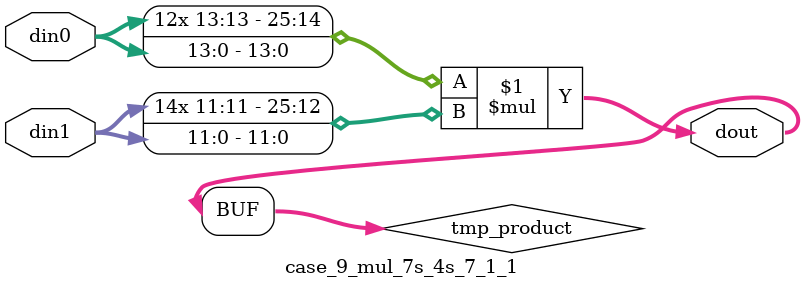
<source format=v>

`timescale 1 ns / 1 ps

 module case_9_mul_7s_4s_7_1_1(din0, din1, dout);
parameter ID = 1;
parameter NUM_STAGE = 0;
parameter din0_WIDTH = 14;
parameter din1_WIDTH = 12;
parameter dout_WIDTH = 26;

input [din0_WIDTH - 1 : 0] din0; 
input [din1_WIDTH - 1 : 0] din1; 
output [dout_WIDTH - 1 : 0] dout;

wire signed [dout_WIDTH - 1 : 0] tmp_product;



























assign tmp_product = $signed(din0) * $signed(din1);








assign dout = tmp_product;





















endmodule

</source>
